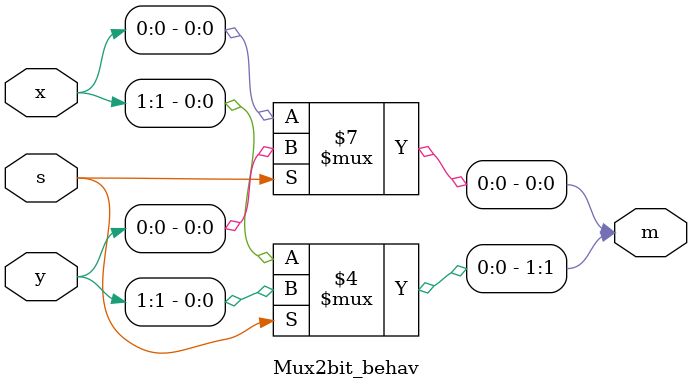
<source format=v>
`timescale 1ns / 1ps


module Mux2bit_behav(
    input [1:0]x,
input [1:0]y, 
input s,
output reg [1:0]m    
);

    always @ (x or y or s) 
        begin 
        if (s==0) 
            begin
                m[0] =x[0];
                m[1] = x[1];
            end
        else
            begin
                m[0] = y[0]; 
                m[1] = y[1];
            end
 end
endmodule

</source>
